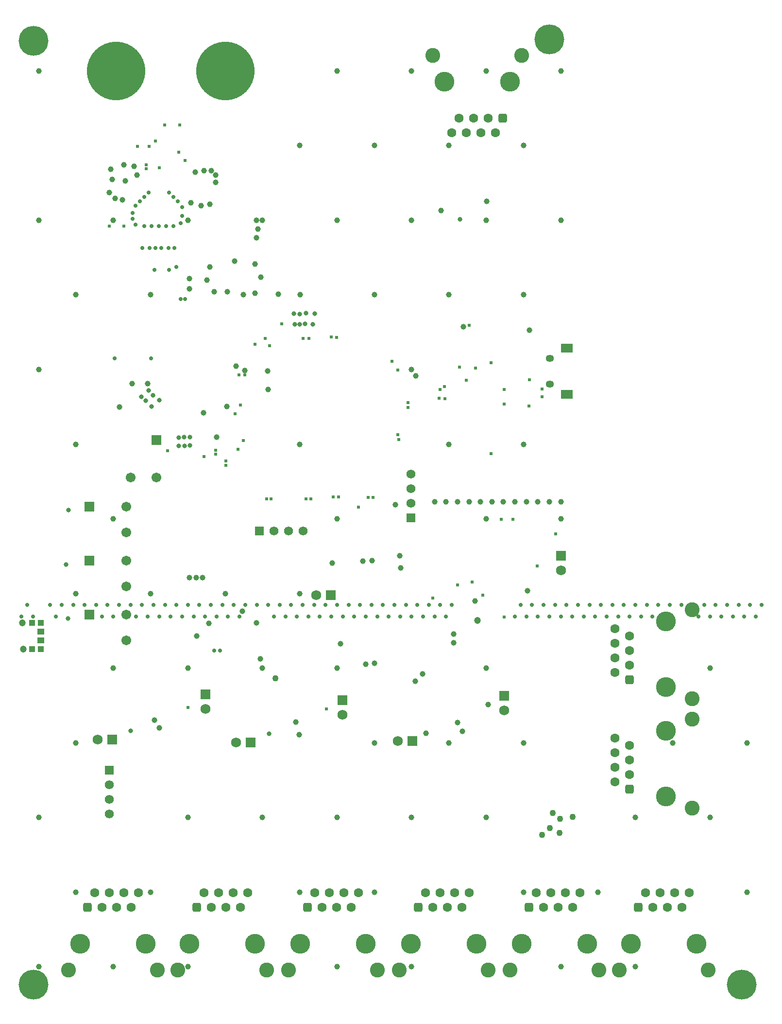
<source format=gbs>
G04*
G04 #@! TF.GenerationSoftware,Altium Limited,Altium Designer,24.4.1 (13)*
G04*
G04 Layer_Color=16711935*
%FSLAX44Y44*%
%MOMM*%
G71*
G04*
G04 #@! TF.SameCoordinates,45E14481-76E1-4DB2-85C8-7C621F4D321E*
G04*
G04*
G04 #@! TF.FilePolarity,Negative*
G04*
G01*
G75*
%ADD71R,1.7032X1.7032*%
%ADD97R,1.7532X1.7532*%
%ADD98C,1.7532*%
%ADD99R,1.7532X1.7532*%
%ADD100C,1.5700*%
%ADD101R,1.5700X1.5700*%
%ADD102R,2.1032X1.6032*%
%ADD103O,1.4532X1.2532*%
%ADD104C,2.6032*%
%ADD105C,3.4532*%
%ADD106C,1.6032*%
G04:AMPARAMS|DCode=107|XSize=1.6032mm|YSize=1.6032mm|CornerRadius=0.4516mm|HoleSize=0mm|Usage=FLASHONLY|Rotation=90.000|XOffset=0mm|YOffset=0mm|HoleType=Round|Shape=RoundedRectangle|*
%AMROUNDEDRECTD107*
21,1,1.6032,0.7000,0,0,90.0*
21,1,0.7000,1.6032,0,0,90.0*
1,1,0.9032,0.3500,0.3500*
1,1,0.9032,0.3500,-0.3500*
1,1,0.9032,-0.3500,-0.3500*
1,1,0.9032,-0.3500,0.3500*
%
%ADD107ROUNDEDRECTD107*%
G04:AMPARAMS|DCode=108|XSize=1.6032mm|YSize=1.6032mm|CornerRadius=0.4516mm|HoleSize=0mm|Usage=FLASHONLY|Rotation=0.000|XOffset=0mm|YOffset=0mm|HoleType=Round|Shape=RoundedRectangle|*
%AMROUNDEDRECTD108*
21,1,1.6032,0.7000,0,0,0.0*
21,1,0.7000,1.6032,0,0,0.0*
1,1,0.9032,0.3500,-0.3500*
1,1,0.9032,-0.3500,-0.3500*
1,1,0.9032,-0.3500,0.3500*
1,1,0.9032,0.3500,0.3500*
%
%ADD108ROUNDEDRECTD108*%
%ADD109R,1.5700X1.5700*%
%ADD110C,1.7032*%
%ADD111C,10.2064*%
%ADD112R,1.7032X1.7032*%
%ADD113C,0.7132*%
%ADD114C,0.7032*%
%ADD115C,1.0032*%
%ADD116C,0.6032*%
%ADD117C,1.2032*%
%ADD118C,1.1032*%
%ADD119C,0.8032*%
%ADD120C,5.2032*%
%ADD149R,1.2032X1.0032*%
%ADD150R,1.0532X1.1032*%
D71*
X140220Y875940D02*
D03*
Y781960D02*
D03*
Y687980D02*
D03*
D97*
X962660Y789940D02*
D03*
X863600Y546100D02*
D03*
X581660Y538480D02*
D03*
X342900Y548640D02*
D03*
D98*
X962660Y764540D02*
D03*
X535940Y721360D02*
D03*
X154940Y469900D02*
D03*
X678180Y467360D02*
D03*
X396240Y464820D02*
D03*
X863600Y520700D02*
D03*
X581660Y513080D02*
D03*
X342900Y523240D02*
D03*
D99*
X561340Y721360D02*
D03*
X421640Y464820D02*
D03*
X703580Y467360D02*
D03*
X180340Y469900D02*
D03*
D100*
X701040Y932180D02*
D03*
Y906780D02*
D03*
Y881380D02*
D03*
X175260Y340360D02*
D03*
Y365760D02*
D03*
Y391160D02*
D03*
X462280Y833120D02*
D03*
X487680D02*
D03*
X513080D02*
D03*
D101*
X701040Y855980D02*
D03*
X175260Y416560D02*
D03*
D102*
X972820Y1151340D02*
D03*
Y1071340D02*
D03*
D103*
X942820Y1089090D02*
D03*
Y1133590D02*
D03*
D104*
X1191240Y350490D02*
D03*
Y505490D02*
D03*
X1191260Y540960D02*
D03*
Y695960D02*
D03*
X104140Y68580D02*
D03*
X259140D02*
D03*
X1219260D02*
D03*
X1064260D02*
D03*
X1028760D02*
D03*
X873760D02*
D03*
X835690Y68600D02*
D03*
X680690D02*
D03*
X642680Y68580D02*
D03*
X487680D02*
D03*
X449610Y68600D02*
D03*
X294610D02*
D03*
X894110Y1661140D02*
D03*
X739110D02*
D03*
D105*
X1145540Y370840D02*
D03*
Y485140D02*
D03*
X1145560Y561310D02*
D03*
Y675610D02*
D03*
X124490Y114280D02*
D03*
X238790D02*
D03*
X873760Y1615440D02*
D03*
X759460D02*
D03*
X1198910Y114280D02*
D03*
X1084610D02*
D03*
X1008410D02*
D03*
X894110D02*
D03*
X815340Y114300D02*
D03*
X701040D02*
D03*
X622330Y114280D02*
D03*
X508030D02*
D03*
X429260Y114300D02*
D03*
X314960D02*
D03*
D106*
X1082040Y434340D02*
D03*
X1056640Y396240D02*
D03*
Y472440D02*
D03*
Y421640D02*
D03*
Y447040D02*
D03*
X1082040Y408940D02*
D03*
Y459740D02*
D03*
X1082060Y624810D02*
D03*
X1056660Y586710D02*
D03*
Y662910D02*
D03*
Y612110D02*
D03*
Y637510D02*
D03*
X1082060Y599410D02*
D03*
Y650210D02*
D03*
X187990Y177780D02*
D03*
X149890Y203180D02*
D03*
X226090D02*
D03*
X175290D02*
D03*
X200690D02*
D03*
X162590Y177780D02*
D03*
X213390D02*
D03*
X1173510D02*
D03*
X1122710D02*
D03*
X1160810Y203180D02*
D03*
X1135410D02*
D03*
X983010Y177780D02*
D03*
X932210D02*
D03*
X970310Y203180D02*
D03*
X944910D02*
D03*
X789940Y177800D02*
D03*
X739140D02*
D03*
X777240Y203200D02*
D03*
X751840D02*
D03*
X596930Y177780D02*
D03*
X546130D02*
D03*
X584230Y203180D02*
D03*
X558830D02*
D03*
X403860Y177800D02*
D03*
X353060D02*
D03*
X391160Y203200D02*
D03*
X365760D02*
D03*
X810260Y1551940D02*
D03*
X822960Y1526540D02*
D03*
X797560D02*
D03*
X835660Y1551940D02*
D03*
X784860D02*
D03*
X848360Y1526540D02*
D03*
X772160D02*
D03*
X1186210Y203180D02*
D03*
X1110010D02*
D03*
X1148110Y177780D02*
D03*
X995710Y203180D02*
D03*
X919510D02*
D03*
X957610Y177780D02*
D03*
X802640Y203200D02*
D03*
X726440D02*
D03*
X764540Y177800D02*
D03*
X609630Y203180D02*
D03*
X533430D02*
D03*
X571530Y177780D02*
D03*
X416560Y203200D02*
D03*
X340360D02*
D03*
X378460Y177800D02*
D03*
D107*
X1082040Y383540D02*
D03*
X1082060Y574010D02*
D03*
D108*
X137190Y177780D02*
D03*
X1097310D02*
D03*
X906810D02*
D03*
X713740Y177800D02*
D03*
X520730Y177780D02*
D03*
X327660Y177800D02*
D03*
X861060Y1551940D02*
D03*
D109*
X436880Y833120D02*
D03*
D110*
X205220Y830940D02*
D03*
Y875940D02*
D03*
Y736960D02*
D03*
Y781960D02*
D03*
Y642980D02*
D03*
Y687980D02*
D03*
X212120Y926680D02*
D03*
X257120D02*
D03*
D111*
X377430Y1634340D02*
D03*
X186930D02*
D03*
D112*
X257120Y991680D02*
D03*
D113*
X184294Y1134079D02*
D03*
X247794D02*
D03*
D114*
X254000Y1287780D02*
D03*
X292100Y1292860D02*
D03*
X368300Y624840D02*
D03*
X358140D02*
D03*
X1312181Y704341D02*
D03*
X1302181Y684341D02*
D03*
X1292181Y704341D02*
D03*
X1282181Y684341D02*
D03*
X1272181Y704341D02*
D03*
X1262181Y684341D02*
D03*
X1252181Y704341D02*
D03*
X1242181Y684341D02*
D03*
X1232181Y704341D02*
D03*
X1222181Y684341D02*
D03*
X1212181Y704341D02*
D03*
X1202181Y684341D02*
D03*
X1172181Y704341D02*
D03*
X1152181D02*
D03*
X1132181D02*
D03*
X1122181Y684341D02*
D03*
X1112181Y704341D02*
D03*
X1102181Y684341D02*
D03*
X1092181Y704341D02*
D03*
X1082181Y684341D02*
D03*
X1072181Y704341D02*
D03*
X1062181Y684341D02*
D03*
X1052181Y704341D02*
D03*
X1042181Y684341D02*
D03*
X1032181Y704341D02*
D03*
X1022181Y684341D02*
D03*
X1012181Y704341D02*
D03*
X1002181Y684341D02*
D03*
X992181Y704341D02*
D03*
X982181Y684341D02*
D03*
X972181Y704341D02*
D03*
X962181Y684341D02*
D03*
X952181Y704341D02*
D03*
X942181Y684341D02*
D03*
X932181Y704341D02*
D03*
X922181Y684341D02*
D03*
X912181Y704341D02*
D03*
X902181Y684341D02*
D03*
X892181Y704341D02*
D03*
X882181Y684341D02*
D03*
X772181Y704341D02*
D03*
X762181Y684341D02*
D03*
X752181Y704341D02*
D03*
X742181Y684341D02*
D03*
X732181Y704341D02*
D03*
X722181Y684341D02*
D03*
X712181Y704341D02*
D03*
X702181Y684341D02*
D03*
X692181Y704341D02*
D03*
X682181Y684341D02*
D03*
X672180Y704341D02*
D03*
X662180Y684341D02*
D03*
X652180Y704341D02*
D03*
X642180Y684341D02*
D03*
X632180Y704341D02*
D03*
X622180Y684341D02*
D03*
X612180Y704341D02*
D03*
X602180Y684341D02*
D03*
X592180Y704341D02*
D03*
X582180Y684341D02*
D03*
X572180Y704341D02*
D03*
X562180Y684341D02*
D03*
X552180Y704341D02*
D03*
X542180Y684341D02*
D03*
X532180Y704341D02*
D03*
X522180Y684341D02*
D03*
X512180Y704341D02*
D03*
X502180Y684341D02*
D03*
X492180Y704341D02*
D03*
X482180Y684341D02*
D03*
X472180Y704341D02*
D03*
X462180Y684341D02*
D03*
X452180Y704341D02*
D03*
X432180D02*
D03*
X412180D02*
D03*
X402180Y684341D02*
D03*
X392180Y704341D02*
D03*
X382180Y684341D02*
D03*
X372180Y704341D02*
D03*
X362180Y684341D02*
D03*
X352180Y704341D02*
D03*
X342180Y684341D02*
D03*
X332180Y704341D02*
D03*
X322180Y684341D02*
D03*
X312180Y704341D02*
D03*
X302180Y684341D02*
D03*
X292180Y704341D02*
D03*
X282180Y684341D02*
D03*
X272180Y704341D02*
D03*
X262180Y684341D02*
D03*
X252180Y704341D02*
D03*
X242180Y684341D02*
D03*
X232180Y704341D02*
D03*
X222180Y684341D02*
D03*
X212180Y704341D02*
D03*
X192180D02*
D03*
X182180Y684341D02*
D03*
X172180Y704341D02*
D03*
X162180Y684341D02*
D03*
X152180Y704341D02*
D03*
X132180D02*
D03*
X112180D02*
D03*
X92180D02*
D03*
X82180Y684341D02*
D03*
X72180Y704341D02*
D03*
X42180Y684341D02*
D03*
X32180Y704341D02*
D03*
X22180Y684341D02*
D03*
X299720Y1236980D02*
D03*
X307340D02*
D03*
X279400Y1287780D02*
D03*
X288377Y1326038D02*
D03*
X278217D02*
D03*
X265517D02*
D03*
X255357D02*
D03*
X245197D02*
D03*
X232497D02*
D03*
X287020Y1414780D02*
D03*
X279400Y1422400D02*
D03*
X294640Y1407160D02*
D03*
X302260Y1397000D02*
D03*
Y1381760D02*
D03*
X299720Y1369060D02*
D03*
X287020Y1363980D02*
D03*
X274320D02*
D03*
X261620D02*
D03*
X248920D02*
D03*
X236220D02*
D03*
X220980Y1366520D02*
D03*
X215900Y1376680D02*
D03*
Y1386840D02*
D03*
X220980Y1399540D02*
D03*
X228600Y1407160D02*
D03*
X236220Y1414780D02*
D03*
X243840Y1422400D02*
D03*
D115*
X1222180Y594340D02*
D03*
X1287180Y464340D02*
D03*
X1222180Y334340D02*
D03*
X1287180Y204340D02*
D03*
X1157180Y464340D02*
D03*
X1092180Y334340D02*
D03*
Y74340D02*
D03*
X962180Y1634340D02*
D03*
Y1374340D02*
D03*
Y854340D02*
D03*
X1027180Y204340D02*
D03*
X962180Y74340D02*
D03*
X832180Y1634340D02*
D03*
X897180Y1504340D02*
D03*
X832180Y1374340D02*
D03*
X897180Y1244340D02*
D03*
Y984340D02*
D03*
X832180Y854340D02*
D03*
Y594340D02*
D03*
X897180Y464340D02*
D03*
X832180Y334340D02*
D03*
X897180Y204340D02*
D03*
X702180Y1634340D02*
D03*
X767180Y1504340D02*
D03*
X702180Y1374340D02*
D03*
X767180Y1244340D02*
D03*
X702180Y1114340D02*
D03*
X767180Y984340D02*
D03*
Y464340D02*
D03*
X702180Y334340D02*
D03*
Y74340D02*
D03*
X572180Y1634340D02*
D03*
X637180Y1504340D02*
D03*
X572180Y1374340D02*
D03*
X637180Y1244340D02*
D03*
X572180Y854340D02*
D03*
Y594340D02*
D03*
X637180Y464340D02*
D03*
X572180Y334340D02*
D03*
X637180Y204340D02*
D03*
X572180Y74340D02*
D03*
X507180Y1504340D02*
D03*
X442180Y1374340D02*
D03*
X507180Y984340D02*
D03*
Y724340D02*
D03*
X442180Y594340D02*
D03*
Y334340D02*
D03*
X507180Y204340D02*
D03*
X312180Y1374340D02*
D03*
X377180Y724340D02*
D03*
X312180Y594340D02*
D03*
Y334340D02*
D03*
Y74340D02*
D03*
X182180Y1374340D02*
D03*
X247180Y1244340D02*
D03*
X182180Y854340D02*
D03*
X247180Y724340D02*
D03*
X182180Y594340D02*
D03*
X247180Y204340D02*
D03*
X182180Y74340D02*
D03*
X52180Y1634340D02*
D03*
Y1374340D02*
D03*
X117180Y1244340D02*
D03*
X52180Y1114340D02*
D03*
X117180Y984340D02*
D03*
Y724340D02*
D03*
Y464340D02*
D03*
X52180Y334340D02*
D03*
X117180Y204340D02*
D03*
X52180Y74340D02*
D03*
X962181Y884341D02*
D03*
X942181D02*
D03*
X922181D02*
D03*
X902181D02*
D03*
X882181D02*
D03*
X862181D02*
D03*
X842181D02*
D03*
X822181D02*
D03*
X802181D02*
D03*
X782181D02*
D03*
X762181D02*
D03*
X742181D02*
D03*
X350520Y1402080D02*
D03*
X360680Y1452880D02*
D03*
X327660Y650240D02*
D03*
X314960Y751840D02*
D03*
X326446Y752206D02*
D03*
X337820Y751840D02*
D03*
X812800Y711200D02*
D03*
X904240Y728980D02*
D03*
X775692Y653464D02*
D03*
X775368Y638130D02*
D03*
X721360Y584200D02*
D03*
X708660Y571500D02*
D03*
X262050Y490175D02*
D03*
X254017Y504011D02*
D03*
X506518Y478424D02*
D03*
X500380Y500380D02*
D03*
X790742Y484295D02*
D03*
X782420Y500063D02*
D03*
X835660Y530860D02*
D03*
X727006Y480985D02*
D03*
X407170Y693846D02*
D03*
X438661Y610915D02*
D03*
X431697Y673183D02*
D03*
X348441Y672197D02*
D03*
X563880Y777240D02*
D03*
X683124Y768931D02*
D03*
X681595Y790348D02*
D03*
X673475Y879315D02*
D03*
X616808Y780458D02*
D03*
X633117Y781400D02*
D03*
X578115Y637182D02*
D03*
X622416Y601220D02*
D03*
X637635Y603201D02*
D03*
X396240Y1120140D02*
D03*
X451002Y1111687D02*
D03*
X411480Y1112520D02*
D03*
X452120Y1079500D02*
D03*
X241859Y1089913D02*
D03*
X214839Y1089591D02*
D03*
X193040Y1049020D02*
D03*
X792480Y1188720D02*
D03*
X907436Y1183102D02*
D03*
X709446Y1103462D02*
D03*
X380188Y1049631D02*
D03*
X339463Y1039015D02*
D03*
X362238Y996650D02*
D03*
X833120Y1407160D02*
D03*
X753463Y1391406D02*
D03*
X469780Y1245179D02*
D03*
X507981Y1244987D02*
D03*
X431800Y1343660D02*
D03*
X434340Y1358900D02*
D03*
X431800Y1374140D02*
D03*
X314960Y1272540D02*
D03*
Y1254760D02*
D03*
X335280Y1399540D02*
D03*
X317500Y1404620D02*
D03*
X198120Y1409700D02*
D03*
X185420Y1412240D02*
D03*
X175260Y1422400D02*
D03*
X408940Y1244600D02*
D03*
X393700Y1303020D02*
D03*
X429260Y1297940D02*
D03*
X439420Y1275080D02*
D03*
X429260Y1247140D02*
D03*
X381000Y1249680D02*
D03*
X350520Y1292860D02*
D03*
X345440Y1270000D02*
D03*
X358140Y1249680D02*
D03*
X360680Y1440180D02*
D03*
X353060Y1460500D02*
D03*
X340360D02*
D03*
X325120Y1457960D02*
D03*
X223520Y1452880D02*
D03*
X218440Y1468120D02*
D03*
X203200Y1442720D02*
D03*
X200660Y1470660D02*
D03*
X177800Y1463040D02*
D03*
X180340Y1445260D02*
D03*
D116*
X239628Y1464303D02*
D03*
X929726Y1080433D02*
D03*
X929640Y1066800D02*
D03*
X863600Y1079500D02*
D03*
X276860Y972820D02*
D03*
X749807Y1064072D02*
D03*
X759460Y1084580D02*
D03*
X751840Y1079500D02*
D03*
X760330Y1063485D02*
D03*
X802640Y1191260D02*
D03*
X224659Y1502596D02*
D03*
X307340Y1478280D02*
D03*
X826143Y721883D02*
D03*
X807730Y744490D02*
D03*
X863740Y683375D02*
D03*
X921313Y771902D02*
D03*
X952968Y827758D02*
D03*
X878840Y853440D02*
D03*
X858520D02*
D03*
X739140Y716280D02*
D03*
X782320Y739140D02*
D03*
X553720Y523240D02*
D03*
X312420Y525780D02*
D03*
X785997Y1118746D02*
D03*
X813872Y1116942D02*
D03*
X797445Y1096096D02*
D03*
X840518Y1126289D02*
D03*
X840740Y967740D02*
D03*
X863600Y1054100D02*
D03*
X907234Y1096349D02*
D03*
X907109Y1051002D02*
D03*
X411480Y1104900D02*
D03*
X401320D02*
D03*
X678278Y1113313D02*
D03*
X668096Y1128638D02*
D03*
X678180Y1000760D02*
D03*
X679489Y992575D02*
D03*
X695969Y1048526D02*
D03*
X695960Y1056640D02*
D03*
X340187Y962965D02*
D03*
X454331Y1155917D02*
D03*
X447261Y1168482D02*
D03*
X429260Y1158240D02*
D03*
X562359Y1170725D02*
D03*
X571036Y1170105D02*
D03*
X394214Y1037578D02*
D03*
X403626Y1052688D02*
D03*
X399374Y975395D02*
D03*
X360387Y966638D02*
D03*
X378460Y955040D02*
D03*
Y947420D02*
D03*
X360331Y974065D02*
D03*
X408553Y990494D02*
D03*
X457199Y888825D02*
D03*
X449238Y888881D02*
D03*
X518279Y889132D02*
D03*
X526435Y888828D02*
D03*
X609762Y874511D02*
D03*
X574619Y892403D02*
D03*
X565699Y892255D02*
D03*
X635000Y891540D02*
D03*
X626239Y891372D02*
D03*
X475680Y1194033D02*
D03*
X513080Y1168400D02*
D03*
X523240D02*
D03*
X175260Y1363980D02*
D03*
X200660D02*
D03*
X239486Y1470667D02*
D03*
X295931Y1493083D02*
D03*
X271865Y1540374D02*
D03*
X298028Y1540600D02*
D03*
X262121Y1465685D02*
D03*
X255881Y1512335D02*
D03*
X244773Y1503147D02*
D03*
D117*
X817005Y677858D02*
D03*
X23266Y673071D02*
D03*
X25220Y627339D02*
D03*
D118*
X464820Y576580D02*
D03*
X948272Y342211D02*
D03*
X982980Y335280D02*
D03*
X942917Y315537D02*
D03*
X929640Y304420D02*
D03*
X960120Y307340D02*
D03*
X960791Y331597D02*
D03*
D119*
X786317Y1375964D02*
D03*
X533400Y1211580D02*
D03*
X506803Y1211099D02*
D03*
X507026Y1193466D02*
D03*
X497045Y1211693D02*
D03*
X498347Y1193466D02*
D03*
X529936Y1193201D02*
D03*
X516409Y1193567D02*
D03*
X518237Y1212212D02*
D03*
X453650Y480521D02*
D03*
X212842Y485084D02*
D03*
X262232Y1060830D02*
D03*
X249096Y1050097D02*
D03*
X243979Y1077767D02*
D03*
X230926Y1067273D02*
D03*
X103891Y869840D02*
D03*
X251460Y1069340D02*
D03*
X238869Y1060021D02*
D03*
X100188Y774581D02*
D03*
X103171Y680919D02*
D03*
X296226Y995996D02*
D03*
Y981441D02*
D03*
X305249Y996578D02*
D03*
X306123Y981150D02*
D03*
X315861Y996340D02*
D03*
Y982112D02*
D03*
D120*
X43180Y43180D02*
D03*
Y1686560D02*
D03*
X942340Y1689100D02*
D03*
X1277620Y43180D02*
D03*
D149*
X55880Y657620D02*
D03*
Y642620D02*
D03*
D150*
X40510Y627380D02*
D03*
X56010D02*
D03*
X40380Y673100D02*
D03*
X55880D02*
D03*
M02*

</source>
